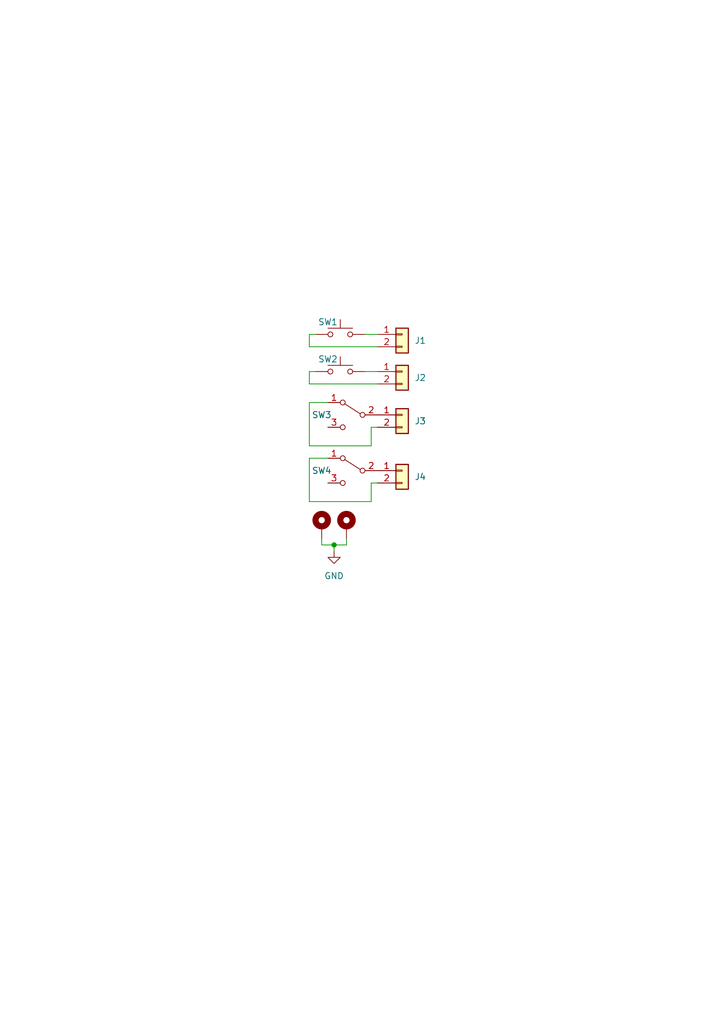
<source format=kicad_sch>
(kicad_sch (version 20211123) (generator eeschema)
  (paper "A5" portrait)
  (title_block (title "Mini-IHM") (date "2022-08-08") (rev "1") (company "Les Karibous"))
  (lib_symbols
    (symbol "Connector_Generic:Conn_01x02" (pin_names (offset 1.016) hide)
      (property "Reference" "J" (at 0 2.54 0))
      (property "Value" "Conn_01x02" (at 0 -5.08 0))
      (symbol "Conn_01x02_1_1"
        (rectangle (start -1.27 -2.413) (end 0 -2.667) (stroke (width 0.1524)))
        (rectangle (start -1.27 0.127) (end 0 -0.127) (stroke (width 0.1524)))
        (rectangle (start -1.27 1.27) (end 1.27 -3.81) (stroke (width 0.254)) (fill (type background)))
        (pin passive line (at -5.08 0 0) (length 3.81) (name "Pin_1") (number "1"))
        (pin passive line (at -5.08 -2.54 0) (length 3.81) (name "Pin_2") (number "2"))
      )
    )
    (symbol "Mechanical:MountingHole_Pad" (pin_numbers hide) (pin_names (offset 1.016) hide)
      (property "Reference" "H" (at 0 6.35 0))
      (property "Value" "MountingHole_Pad" (at 0 4.445 0))
      (symbol "MountingHole_Pad_0_1"
        (circle (center 0 1.27) (radius 1.27) (stroke (width 1.27)))
      )
      (symbol "MountingHole_Pad_1_1"
        (pin input line (at 0 -2.54 90) (length 2.54) (name "1") (number "1"))
      )
    )
    (symbol "Switch:SW_Push" (pin_numbers hide) (pin_names (offset 1.016) hide)
      (property "Reference" "SW" (at 1.27 2.54 0))
      (property "Value" "SW_Push" (at 0 -1.524 0))
      (symbol "SW_Push_0_1"
        (circle (center -2.032 0) (radius 0.508))
        (polyline (pts (xy 0 1.27) (xy 0 3.048)))
        (polyline (pts (xy 2.54 1.27) (xy -2.54 1.27)))
        (circle (center 2.032 0) (radius 0.508))
        (pin passive line (at -5.08 0 0) (length 2.54) (name "1") (number "1"))
        (pin passive line (at 5.08 0 180) (length 2.54) (name "2") (number "2"))
      )
    )
    (symbol "Switch:SW_SPDT" (pin_names (offset 0) hide)
      (property "Reference" "SW" (at 0 4.318 0))
      (property "Value" "SW_SPDT" (at 0 -5.08 0))
      (symbol "SW_SPDT_0_0"
        (circle (center -2.032 0) (radius 0.508))
        (circle (center 2.032 -2.54) (radius 0.508))
      )
      (symbol "SW_SPDT_0_1"
        (polyline (pts (xy -1.524 0.254) (xy 1.651 2.286)))
        (circle (center 2.032 2.54) (radius 0.508))
      )
      (symbol "SW_SPDT_1_1"
        (pin passive line (at 5.08 2.54 180) (length 2.54) (name "A") (number "1"))
        (pin passive line (at -5.08 0 0) (length 2.54) (name "B") (number "2"))
        (pin passive line (at 5.08 -2.54 180) (length 2.54) (name "C") (number "3"))
      )
    )
    (symbol "power:GND" (power) (pin_names (offset 0))
      (property "Value" "GND" (at 0 -3.81 0))
      (symbol "GND_0_1"
        (polyline (pts (xy 0 0) (xy 0 -1.27) (xy 1.27 -1.27) (xy 0 -2.54) (xy -1.27 -1.27) (xy 0 -1.27)))
      )
      (symbol "GND_1_1"
        (pin power_in line (at 0 0 270) (length 0) hide (name "GND") (number "1"))
      )
    )
  )
  (junction (at 68.58 111.76))
  (wire (pts (xy 64.77 68.58) (xy 63.5 68.58)))
  (wire (pts (xy 76.2 102.87) (xy 63.5 102.87)))
  (wire (pts (xy 63.5 76.2) (xy 63.5 78.74)))
  (wire (pts (xy 68.58 111.76) (xy 71.12 111.76)))
  (wire (pts (xy 63.5 71.12) (xy 77.47 71.12)))
  (wire (pts (xy 68.58 111.76) (xy 68.58 113.03)))
  (wire (pts (xy 74.93 68.58) (xy 77.47 68.58)))
  (wire (pts (xy 76.2 87.63) (xy 76.2 91.44)))
  (wire (pts (xy 63.5 91.44) (xy 63.5 82.55)))
  (wire (pts (xy 77.47 87.63) (xy 76.2 87.63)))
  (wire (pts (xy 63.5 68.58) (xy 63.5 71.12)))
  (wire (pts (xy 66.04 111.76) (xy 68.58 111.76)))
  (wire (pts (xy 66.04 110.49) (xy 66.04 111.76)))
  (wire (pts (xy 71.12 110.49) (xy 71.12 111.76)))
  (wire (pts (xy 63.5 102.87) (xy 63.5 93.98)))
  (wire (pts (xy 63.5 82.55) (xy 67.31 82.55)))
  (wire (pts (xy 76.2 99.06) (xy 76.2 102.87)))
  (wire (pts (xy 76.2 91.44) (xy 63.5 91.44)))
  (wire (pts (xy 74.93 76.2) (xy 77.47 76.2)))
  (wire (pts (xy 64.77 76.2) (xy 63.5 76.2)))
  (wire (pts (xy 77.47 99.06) (xy 76.2 99.06)))
  (wire (pts (xy 63.5 78.74) (xy 77.47 78.74)))
  (wire (pts (xy 63.5 93.98) (xy 67.31 93.98)))
  (symbol (lib_id "Connector_Generic:Conn_01x02") (at 82.55 76.2 0) (unit 1)
    (property "Reference" "J2" (at 85.09 77.4699 0) (effects (justify left)))
    (property "Value" "Conn_01x02" (effects hide))
    (property "Footprint" "Connector_Molex:Molex_KK-254_AE-6410-02A_1x02_P2.54mm_Vertical" (effects hide))
  )
  (symbol (lib_id "Switch:SW_SPDT") (at 72.39 85.09 0) (mirror y) (unit 1)
    (property "Reference" "SW3" (at 66.04 85.09 0))
    (property "Value" "SW_SPDT" (effects hide))
    (property "Footprint" "Footprints:SK-12D10 1P2T" (effects hide))
  )
  (symbol (lib_id "Connector_Generic:Conn_01x02") (at 82.55 68.58 0) (unit 1)
    (property "Reference" "J1" (at 85.09 69.8499 0) (effects (justify left)))
    (property "Value" "Conn_01x02" (effects hide))
    (property "Footprint" "Connector_Molex:Molex_KK-254_AE-6410-02A_1x02_P2.54mm_Vertical" (effects hide))
  )
  (symbol (lib_id "power:GND") (at 68.58 113.03 0) (unit 1)
    (property "Reference" "#PWR0101" (effects hide))
    (property "Value" "GND" (at 68.58 118.11 0))
  )
  (symbol (lib_id "Mechanical:MountingHole_Pad") (at 71.12 107.95 0) (unit 1)
    (property "Reference" "H2" (effects hide))
    (property "Value" "MountingHole_Pad" (effects hide))
    (property "Footprint" "MountingHole:MountingHole_3.2mm_M3_Pad_Via" (effects hide))
  )
  (symbol (lib_id "Mechanical:MountingHole_Pad") (at 66.04 107.95 0) (unit 1)
    (property "Reference" "H1" (effects hide))
    (property "Value" "MountingHole_Pad" (effects hide))
    (property "Footprint" "MountingHole:MountingHole_3.2mm_M3_Pad_Via" (effects hide))
  )
  (symbol (lib_id "Switch:SW_Push") (at 69.85 76.2 0) (unit 1)
    (property "Reference" "SW2" (at 67.31 73.66 0))
    (property "Value" "SW_Push" (effects hide))
    (property "Footprint" "Footprints:SW_PUSH-12mm" (effects hide))
  )
  (symbol (lib_id "Switch:SW_Push") (at 69.85 68.58 0) (unit 1)
    (property "Reference" "SW1" (at 67.31 66.04 0))
    (property "Value" "SW_Push" (effects hide))
    (property "Footprint" "Footprints:SW_PUSH-12mm" (effects hide))
  )
  (symbol (lib_id "Switch:SW_SPDT") (at 72.39 96.52 0) (mirror y) (unit 1)
    (property "Reference" "SW4" (at 66.04 96.52 0))
    (property "Value" "SW_SPDT" (effects hide))
    (property "Footprint" "Footprints:SK-12D10 1P2T" (effects hide))
  )
  (symbol (lib_id "Connector_Generic:Conn_01x02") (at 82.55 96.52 0) (unit 1)
    (property "Reference" "J4" (at 85.09 97.7899 0) (effects (justify left)))
    (property "Value" "Conn_01x02" (effects hide))
    (property "Footprint" "Connector_Molex:Molex_KK-254_AE-6410-02A_1x02_P2.54mm_Vertical" (effects hide))
  )
  (symbol (lib_id "Connector_Generic:Conn_01x02") (at 82.55 85.09 0) (unit 1)
    (property "Reference" "J3" (at 85.09 86.3599 0) (effects (justify left)))
    (property "Value" "Conn_01x02" (effects hide))
    (property "Footprint" "Connector_Molex:Molex_KK-254_AE-6410-02A_1x02_P2.54mm_Vertical" (effects hide))
  )
)
</source>
